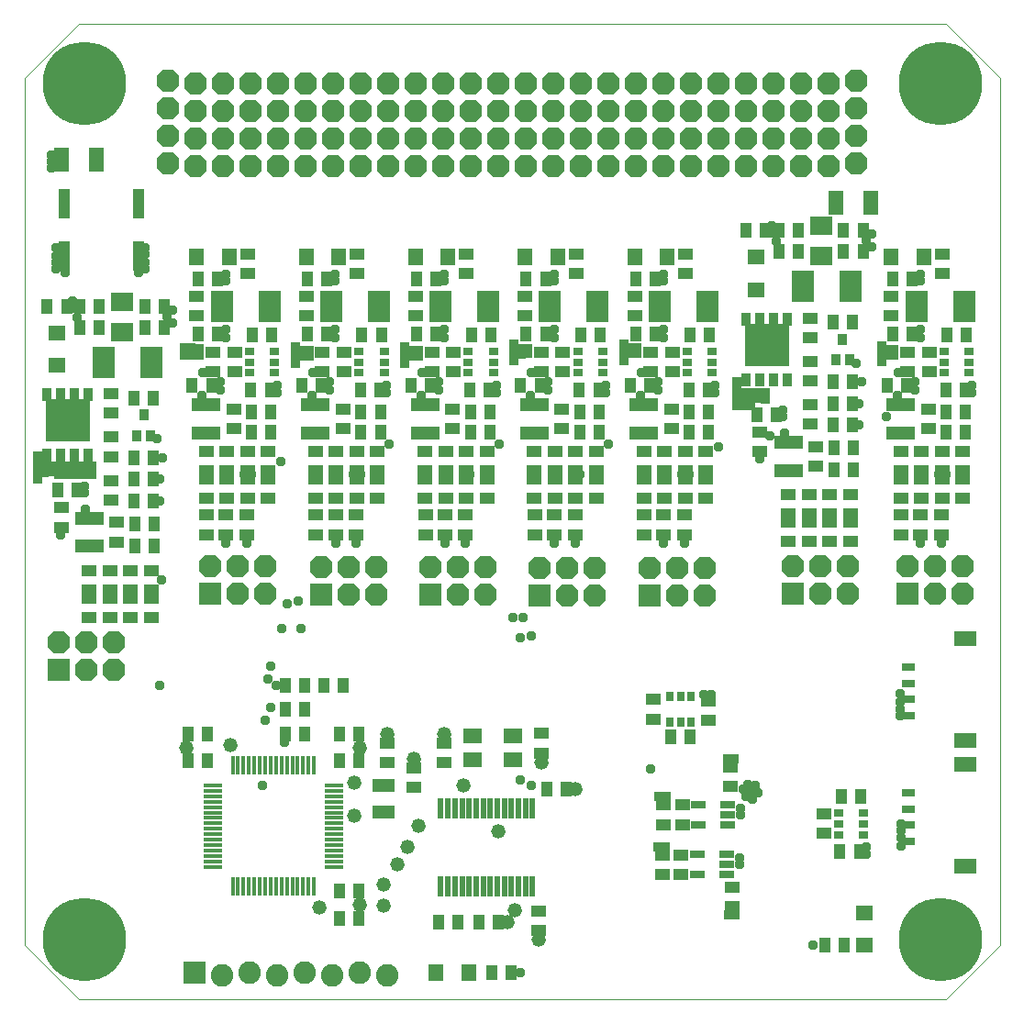
<source format=gts>
G75*
%MOIN*%
%OFA0B0*%
%FSLAX25Y25*%
%IPPOS*%
%LPD*%
%AMOC8*
5,1,8,0,0,1.08239X$1,22.5*
%
%ADD10R,0.01784X0.06902*%
%ADD11R,0.06902X0.01784*%
%ADD12R,0.02375X0.07690*%
%ADD13R,0.07887X0.04737*%
%ADD14R,0.03950X0.05524*%
%ADD15R,0.05524X0.03950*%
%ADD16C,0.05200*%
%ADD17R,0.07099X0.05721*%
%ADD18R,0.04737X0.01784*%
%ADD19R,0.01784X0.04737*%
%ADD20R,0.08200X0.08200*%
%ADD21C,0.08200*%
%ADD22OC8,0.08200*%
%ADD23C,0.00000*%
%ADD24C,0.30328*%
%ADD25R,0.02572X0.04737*%
%ADD26R,0.03556X0.04343*%
%ADD27R,0.03202X0.04816*%
%ADD28R,0.16194X0.15800*%
%ADD29R,0.03556X0.02800*%
%ADD30R,0.07887X0.11430*%
%ADD31R,0.05524X0.06312*%
%ADD32R,0.07887X0.07099*%
%ADD33R,0.03950X0.11036*%
%ADD34R,0.05524X0.08674*%
%ADD35R,0.06312X0.05524*%
%ADD36R,0.04737X0.03162*%
%ADD37R,0.07887X0.05721*%
%ADD38R,0.02800X0.03556*%
%ADD39R,0.05524X0.03162*%
%ADD40C,0.03778*%
%ADD41R,0.03778X0.03778*%
D10*
X0078913Y0049972D03*
X0080882Y0049972D03*
X0082850Y0049972D03*
X0084819Y0049972D03*
X0086787Y0049972D03*
X0088756Y0049972D03*
X0090724Y0049972D03*
X0092693Y0049972D03*
X0094661Y0049972D03*
X0096630Y0049972D03*
X0098598Y0049972D03*
X0100567Y0049972D03*
X0102535Y0049972D03*
X0104504Y0049972D03*
X0106472Y0049972D03*
X0108441Y0049972D03*
X0108441Y0094066D03*
X0106472Y0094066D03*
X0104504Y0094066D03*
X0102535Y0094066D03*
X0100567Y0094066D03*
X0098598Y0094066D03*
X0096630Y0094066D03*
X0094661Y0094066D03*
X0092693Y0094066D03*
X0090724Y0094066D03*
X0088756Y0094066D03*
X0086787Y0094066D03*
X0084819Y0094066D03*
X0082850Y0094066D03*
X0080882Y0094066D03*
X0078913Y0094066D03*
D11*
X0071630Y0086783D03*
X0071630Y0084814D03*
X0071630Y0082846D03*
X0071630Y0080877D03*
X0071630Y0078909D03*
X0071630Y0076940D03*
X0071630Y0074972D03*
X0071630Y0073003D03*
X0071630Y0071035D03*
X0071630Y0069066D03*
X0071630Y0067098D03*
X0071630Y0065129D03*
X0071630Y0063161D03*
X0071630Y0061192D03*
X0071630Y0059224D03*
X0071630Y0057255D03*
X0115724Y0057255D03*
X0115724Y0059224D03*
X0115724Y0061192D03*
X0115724Y0063161D03*
X0115724Y0065129D03*
X0115724Y0067098D03*
X0115724Y0069066D03*
X0115724Y0071035D03*
X0115724Y0073003D03*
X0115724Y0074972D03*
X0115724Y0076940D03*
X0115724Y0078909D03*
X0115724Y0080877D03*
X0115724Y0082846D03*
X0115724Y0084814D03*
X0115724Y0086783D03*
D12*
X0154543Y0078318D03*
X0157102Y0078318D03*
X0159661Y0078318D03*
X0162220Y0078318D03*
X0164780Y0078318D03*
X0167339Y0078318D03*
X0169898Y0078318D03*
X0172457Y0078318D03*
X0175016Y0078318D03*
X0177575Y0078318D03*
X0180134Y0078318D03*
X0182693Y0078318D03*
X0185252Y0078318D03*
X0187811Y0078318D03*
X0187811Y0049972D03*
X0185252Y0049972D03*
X0182693Y0049972D03*
X0180134Y0049972D03*
X0177575Y0049972D03*
X0175016Y0049972D03*
X0172457Y0049972D03*
X0169898Y0049972D03*
X0167339Y0049972D03*
X0164780Y0049972D03*
X0162220Y0049972D03*
X0159661Y0049972D03*
X0157102Y0049972D03*
X0154543Y0049972D03*
D13*
X0133677Y0077098D03*
X0133677Y0086940D03*
D14*
X0124701Y0095641D03*
X0117614Y0095641D03*
X0117614Y0105483D03*
X0124701Y0105483D03*
X0118992Y0123161D03*
X0111906Y0123161D03*
X0105213Y0123161D03*
X0098126Y0123161D03*
X0098126Y0114302D03*
X0105213Y0114302D03*
X0105213Y0105444D03*
X0098126Y0105444D03*
X0069740Y0105483D03*
X0062654Y0105483D03*
X0062654Y0095641D03*
X0069740Y0095641D03*
X0117614Y0048397D03*
X0124701Y0048397D03*
X0124701Y0038554D03*
X0117614Y0038554D03*
X0153697Y0037078D03*
X0160783Y0037078D03*
X0168303Y0037078D03*
X0175390Y0037078D03*
X0172929Y0018830D03*
X0180016Y0018830D03*
X0192909Y0085306D03*
X0199996Y0085306D03*
X0238008Y0104420D03*
X0245094Y0104420D03*
X0300016Y0082846D03*
X0307102Y0082846D03*
X0306602Y0062846D03*
X0299516Y0062846D03*
X0301079Y0028672D03*
X0293992Y0028672D03*
X0297260Y0201393D03*
X0304346Y0201393D03*
X0304346Y0209424D03*
X0297260Y0209424D03*
X0296945Y0217649D03*
X0304031Y0217649D03*
X0304031Y0225523D03*
X0296945Y0225523D03*
X0296945Y0233397D03*
X0304031Y0233397D03*
X0316575Y0232062D03*
X0323661Y0232062D03*
X0337902Y0230606D03*
X0344988Y0230606D03*
X0345161Y0222562D03*
X0338075Y0222562D03*
X0338075Y0215062D03*
X0345161Y0215062D03*
X0345488Y0250606D03*
X0338402Y0250606D03*
X0325685Y0250720D03*
X0318598Y0250720D03*
X0304031Y0255050D03*
X0296945Y0255050D03*
X0318598Y0270798D03*
X0325685Y0270798D03*
X0307969Y0280641D03*
X0300882Y0280641D03*
X0300882Y0288515D03*
X0307969Y0288515D03*
X0284346Y0288515D03*
X0277260Y0288515D03*
X0272535Y0288515D03*
X0265449Y0288515D03*
X0277260Y0280641D03*
X0284346Y0280641D03*
X0252181Y0250606D03*
X0245094Y0250606D03*
X0232378Y0250720D03*
X0225291Y0250720D03*
X0212417Y0250606D03*
X0205331Y0250606D03*
X0192614Y0250720D03*
X0185528Y0250720D03*
X0172654Y0250606D03*
X0165567Y0250606D03*
X0152850Y0250720D03*
X0145764Y0250720D03*
X0132890Y0250606D03*
X0125803Y0250606D03*
X0113087Y0250720D03*
X0106000Y0250720D03*
X0093126Y0250606D03*
X0086039Y0250606D03*
X0073323Y0250720D03*
X0066236Y0250720D03*
X0054031Y0253082D03*
X0046945Y0253082D03*
X0046945Y0260956D03*
X0054031Y0260956D03*
X0066236Y0270798D03*
X0073323Y0270798D03*
X0106000Y0270798D03*
X0113087Y0270798D03*
X0145764Y0270798D03*
X0152850Y0270798D03*
X0185528Y0270798D03*
X0192614Y0270798D03*
X0225291Y0270798D03*
X0232378Y0270798D03*
X0230354Y0232062D03*
X0223268Y0232062D03*
X0211917Y0230606D03*
X0204831Y0230606D03*
X0205004Y0222562D03*
X0212091Y0222562D03*
X0212091Y0215062D03*
X0205004Y0215062D03*
X0190591Y0232062D03*
X0183504Y0232062D03*
X0172327Y0222562D03*
X0165240Y0222562D03*
X0165067Y0230606D03*
X0172154Y0230606D03*
X0172327Y0215062D03*
X0165240Y0215062D03*
X0150827Y0232062D03*
X0143740Y0232062D03*
X0132390Y0230606D03*
X0125303Y0230606D03*
X0125476Y0222562D03*
X0132563Y0222562D03*
X0132563Y0215062D03*
X0125476Y0215062D03*
X0111063Y0232062D03*
X0103976Y0232062D03*
X0092626Y0230606D03*
X0085539Y0230606D03*
X0085713Y0222562D03*
X0092799Y0222562D03*
X0092799Y0215062D03*
X0085713Y0215062D03*
X0071299Y0232062D03*
X0064213Y0232062D03*
X0050094Y0227491D03*
X0043008Y0227491D03*
X0043008Y0205838D03*
X0050094Y0205838D03*
X0050094Y0197964D03*
X0043008Y0197964D03*
X0043008Y0190090D03*
X0050094Y0190090D03*
X0050409Y0181865D03*
X0043323Y0181865D03*
X0043323Y0173834D03*
X0050409Y0173834D03*
X0022535Y0194027D03*
X0015449Y0194027D03*
X0023323Y0253082D03*
X0030409Y0253082D03*
X0030409Y0260956D03*
X0023323Y0260956D03*
X0018598Y0260956D03*
X0011512Y0260956D03*
X0244594Y0230606D03*
X0251681Y0230606D03*
X0251854Y0222562D03*
X0244768Y0222562D03*
X0244768Y0215062D03*
X0251854Y0215062D03*
X0269386Y0221586D03*
X0276472Y0221586D03*
D15*
X0270524Y0215212D03*
X0270524Y0208125D03*
X0280803Y0192436D03*
X0280803Y0185350D03*
X0280803Y0182436D03*
X0280803Y0175350D03*
X0288303Y0175350D03*
X0288303Y0182436D03*
X0288303Y0185350D03*
X0288303Y0192436D03*
X0295803Y0192436D03*
X0295803Y0185350D03*
X0295803Y0182436D03*
X0295803Y0175350D03*
X0303303Y0175350D03*
X0303303Y0182436D03*
X0303303Y0185350D03*
X0303303Y0192436D03*
X0290803Y0202850D03*
X0290803Y0209936D03*
X0288677Y0218043D03*
X0288677Y0225129D03*
X0288677Y0233791D03*
X0288677Y0240877D03*
X0288677Y0249539D03*
X0288677Y0256625D03*
X0318205Y0257413D03*
X0318205Y0264499D03*
X0336709Y0272767D03*
X0336709Y0279854D03*
X0331945Y0244149D03*
X0331945Y0237062D03*
X0324110Y0237137D03*
X0324110Y0244224D03*
X0331618Y0223606D03*
X0331618Y0216519D03*
X0329118Y0208074D03*
X0329118Y0200987D03*
X0329118Y0198074D03*
X0329118Y0190987D03*
X0328835Y0184972D03*
X0328835Y0177885D03*
X0321748Y0177885D03*
X0321748Y0184972D03*
X0321618Y0190987D03*
X0321618Y0198074D03*
X0321618Y0200987D03*
X0321618Y0208074D03*
X0336618Y0208074D03*
X0336618Y0200987D03*
X0336618Y0198074D03*
X0336618Y0190987D03*
X0336315Y0184972D03*
X0336315Y0177885D03*
X0344118Y0190987D03*
X0344118Y0198074D03*
X0344118Y0200987D03*
X0344118Y0208074D03*
X0251551Y0117464D03*
X0251551Y0110377D03*
X0259750Y0093417D03*
X0259750Y0086330D03*
X0242250Y0079667D03*
X0235500Y0079667D03*
X0235500Y0072580D03*
X0242250Y0072580D03*
X0241646Y0061615D03*
X0234896Y0061615D03*
X0234896Y0054529D03*
X0241646Y0054529D03*
X0260396Y0049865D03*
X0260396Y0042779D03*
X0293559Y0069302D03*
X0293559Y0076389D03*
X0231551Y0110877D03*
X0231551Y0117964D03*
X0191118Y0105661D03*
X0191118Y0098574D03*
X0155685Y0102058D03*
X0155685Y0094972D03*
X0144858Y0093200D03*
X0144858Y0086113D03*
X0135016Y0094972D03*
X0135016Y0102058D03*
X0190134Y0041192D03*
X0190134Y0034106D03*
X0188677Y0177885D03*
X0188677Y0184972D03*
X0188547Y0190987D03*
X0188547Y0198074D03*
X0188547Y0200987D03*
X0188547Y0208074D03*
X0196047Y0208074D03*
X0196047Y0200987D03*
X0196047Y0198074D03*
X0196047Y0190987D03*
X0195764Y0184972D03*
X0195764Y0177885D03*
X0203244Y0177885D03*
X0203244Y0184972D03*
X0203547Y0190987D03*
X0203547Y0198074D03*
X0203547Y0200987D03*
X0203547Y0208074D03*
X0211047Y0208074D03*
X0211047Y0200987D03*
X0211047Y0198074D03*
X0211047Y0190987D03*
X0228311Y0190987D03*
X0228441Y0184972D03*
X0235528Y0184972D03*
X0235811Y0190987D03*
X0235811Y0198074D03*
X0235811Y0200987D03*
X0235811Y0208074D03*
X0228311Y0208074D03*
X0228311Y0200987D03*
X0228311Y0198074D03*
X0243311Y0198074D03*
X0243311Y0200987D03*
X0243311Y0208074D03*
X0250811Y0208074D03*
X0250811Y0200987D03*
X0250811Y0198074D03*
X0250811Y0190987D03*
X0243311Y0190987D03*
X0243008Y0184972D03*
X0243008Y0177885D03*
X0235528Y0177885D03*
X0228441Y0177885D03*
X0238311Y0216519D03*
X0238311Y0223606D03*
X0238638Y0237062D03*
X0238638Y0244149D03*
X0230803Y0244224D03*
X0230803Y0237137D03*
X0224898Y0257413D03*
X0224898Y0264499D03*
X0243402Y0272767D03*
X0243402Y0279854D03*
X0203638Y0279854D03*
X0203638Y0272767D03*
X0185134Y0264499D03*
X0185134Y0257413D03*
X0191039Y0244224D03*
X0191039Y0237137D03*
X0198874Y0237062D03*
X0198874Y0244149D03*
X0198547Y0223606D03*
X0198547Y0216519D03*
X0171283Y0208074D03*
X0171283Y0200987D03*
X0171283Y0198074D03*
X0171283Y0190987D03*
X0163783Y0190987D03*
X0163480Y0184972D03*
X0163480Y0177885D03*
X0156000Y0177885D03*
X0148913Y0177885D03*
X0148913Y0184972D03*
X0148783Y0190987D03*
X0148783Y0198074D03*
X0148783Y0200987D03*
X0148783Y0208074D03*
X0156283Y0208074D03*
X0156283Y0200987D03*
X0156283Y0198074D03*
X0156283Y0190987D03*
X0156000Y0184972D03*
X0163783Y0198074D03*
X0163783Y0200987D03*
X0163783Y0208074D03*
X0158783Y0216519D03*
X0158783Y0223606D03*
X0159110Y0237062D03*
X0159110Y0244149D03*
X0151276Y0244224D03*
X0151276Y0237137D03*
X0145370Y0257413D03*
X0145370Y0264499D03*
X0163874Y0272767D03*
X0163874Y0279854D03*
X0124110Y0279854D03*
X0124110Y0272767D03*
X0105606Y0264499D03*
X0105606Y0257413D03*
X0111512Y0244224D03*
X0111512Y0237137D03*
X0119346Y0237062D03*
X0119346Y0244149D03*
X0119020Y0223606D03*
X0119020Y0216519D03*
X0116520Y0208074D03*
X0116520Y0200987D03*
X0116520Y0198074D03*
X0116520Y0190987D03*
X0116236Y0184972D03*
X0109150Y0184972D03*
X0109020Y0190987D03*
X0109020Y0198074D03*
X0109020Y0200987D03*
X0109020Y0208074D03*
X0124020Y0208074D03*
X0124020Y0200987D03*
X0124020Y0198074D03*
X0124020Y0190987D03*
X0123717Y0184972D03*
X0123717Y0177885D03*
X0116236Y0177885D03*
X0109150Y0177885D03*
X0091756Y0190987D03*
X0091756Y0198074D03*
X0091756Y0200987D03*
X0091756Y0208074D03*
X0084256Y0208074D03*
X0084256Y0200987D03*
X0084256Y0198074D03*
X0084256Y0190987D03*
X0083953Y0184972D03*
X0083953Y0177885D03*
X0076472Y0177885D03*
X0069386Y0177885D03*
X0069386Y0184972D03*
X0069256Y0190987D03*
X0069256Y0198074D03*
X0069256Y0200987D03*
X0069256Y0208074D03*
X0076756Y0208074D03*
X0076756Y0200987D03*
X0076756Y0198074D03*
X0076756Y0190987D03*
X0076472Y0184972D03*
X0049366Y0164877D03*
X0049366Y0157791D03*
X0049366Y0154877D03*
X0049366Y0147791D03*
X0041866Y0147791D03*
X0041866Y0154877D03*
X0041866Y0157791D03*
X0041866Y0164877D03*
X0034366Y0164877D03*
X0034366Y0157791D03*
X0034366Y0154877D03*
X0034366Y0147791D03*
X0026866Y0147791D03*
X0026866Y0154877D03*
X0026866Y0157791D03*
X0026866Y0164877D03*
X0036866Y0175291D03*
X0036866Y0182377D03*
X0034740Y0190483D03*
X0034740Y0197570D03*
X0034740Y0206231D03*
X0034740Y0213318D03*
X0034740Y0221980D03*
X0034740Y0229066D03*
X0065843Y0257413D03*
X0065843Y0264499D03*
X0084346Y0272767D03*
X0084346Y0279854D03*
X0079583Y0244149D03*
X0079583Y0237062D03*
X0071748Y0237137D03*
X0071748Y0244224D03*
X0079256Y0223606D03*
X0079256Y0216519D03*
X0131520Y0208074D03*
X0131520Y0200987D03*
X0131520Y0198074D03*
X0131520Y0190987D03*
X0016587Y0187653D03*
X0016587Y0180566D03*
D16*
X0062181Y0100562D03*
X0077929Y0101546D03*
X0125173Y0100562D03*
X0135016Y0105483D03*
X0144858Y0096625D03*
X0155685Y0105483D03*
X0162575Y0086783D03*
X0175370Y0070050D03*
X0191118Y0095149D03*
X0203421Y0085306D03*
X0181276Y0041507D03*
X0178815Y0037078D03*
X0190134Y0030680D03*
X0146227Y0072019D03*
X0142313Y0064537D03*
X0138692Y0058289D03*
X0133677Y0050769D03*
X0133677Y0043269D03*
X0125173Y0043476D03*
X0110409Y0042491D03*
X0123205Y0075956D03*
X0123205Y0087767D03*
D17*
X0166039Y0096153D03*
X0166039Y0104814D03*
X0180606Y0104814D03*
X0180606Y0096153D03*
D18*
X0190134Y0041901D03*
D19*
X0167988Y0037078D03*
X0192594Y0085306D03*
X0116922Y0105414D03*
X0070203Y0105614D03*
X0116844Y0038550D03*
D20*
X0064976Y0018700D03*
X0015685Y0128791D03*
X0070803Y0156350D03*
X0110961Y0156153D03*
X0150724Y0156153D03*
X0190488Y0155956D03*
X0230252Y0155956D03*
X0282220Y0156350D03*
X0323953Y0156350D03*
D21*
X0134976Y0017700D03*
X0124976Y0018700D03*
X0114976Y0017700D03*
X0104976Y0018700D03*
X0094976Y0017700D03*
X0084976Y0018700D03*
X0074976Y0017700D03*
D22*
X0035685Y0128791D03*
X0025685Y0128791D03*
X0025685Y0138791D03*
X0035685Y0138791D03*
X0015685Y0138791D03*
X0070803Y0166350D03*
X0080803Y0166350D03*
X0090803Y0166350D03*
X0090803Y0156350D03*
X0080803Y0156350D03*
X0110961Y0166153D03*
X0120961Y0166153D03*
X0130961Y0166153D03*
X0130961Y0156153D03*
X0120961Y0156153D03*
X0150724Y0166153D03*
X0160724Y0166153D03*
X0160724Y0156153D03*
X0170724Y0156153D03*
X0170724Y0166153D03*
X0190488Y0165956D03*
X0200488Y0165956D03*
X0200488Y0155956D03*
X0210488Y0155956D03*
X0210488Y0165956D03*
X0230252Y0165956D03*
X0240252Y0165956D03*
X0250252Y0165956D03*
X0250252Y0155956D03*
X0240252Y0155956D03*
X0282220Y0166350D03*
X0292220Y0166350D03*
X0292220Y0156350D03*
X0302220Y0156350D03*
X0302220Y0166350D03*
X0323953Y0166350D03*
X0333953Y0166350D03*
X0343953Y0166350D03*
X0343953Y0156350D03*
X0333953Y0156350D03*
X0305409Y0312665D03*
X0305409Y0322665D03*
X0305409Y0332665D03*
X0305409Y0342665D03*
X0295409Y0341665D03*
X0285409Y0341665D03*
X0275409Y0341665D03*
X0265409Y0341665D03*
X0255409Y0341665D03*
X0245409Y0341665D03*
X0235409Y0341665D03*
X0225409Y0341665D03*
X0215409Y0341665D03*
X0205409Y0341665D03*
X0195409Y0341665D03*
X0185409Y0341665D03*
X0175409Y0341665D03*
X0165409Y0341665D03*
X0155409Y0341665D03*
X0145409Y0341665D03*
X0135409Y0341665D03*
X0125409Y0341665D03*
X0115409Y0341665D03*
X0105409Y0341665D03*
X0095409Y0341665D03*
X0085409Y0341665D03*
X0075409Y0341665D03*
X0065409Y0341665D03*
X0065409Y0331665D03*
X0065409Y0321665D03*
X0065409Y0311665D03*
X0075409Y0311665D03*
X0085409Y0311665D03*
X0085409Y0321665D03*
X0075409Y0321665D03*
X0075409Y0331665D03*
X0085409Y0331665D03*
X0095409Y0331665D03*
X0095409Y0321665D03*
X0095409Y0311665D03*
X0105409Y0311665D03*
X0105409Y0321665D03*
X0105409Y0331665D03*
X0115409Y0331665D03*
X0115409Y0321665D03*
X0125409Y0321665D03*
X0125409Y0331665D03*
X0135409Y0331665D03*
X0135409Y0321665D03*
X0135409Y0311665D03*
X0125409Y0311665D03*
X0115409Y0311665D03*
X0145409Y0311665D03*
X0145409Y0321665D03*
X0145409Y0331665D03*
X0155409Y0331665D03*
X0155409Y0321665D03*
X0155409Y0311665D03*
X0165409Y0311665D03*
X0175409Y0311665D03*
X0175409Y0321665D03*
X0165409Y0321665D03*
X0165409Y0331665D03*
X0175409Y0331665D03*
X0185409Y0331665D03*
X0185409Y0321665D03*
X0185409Y0311665D03*
X0195409Y0311665D03*
X0195409Y0321665D03*
X0195409Y0331665D03*
X0205409Y0331665D03*
X0205409Y0321665D03*
X0205409Y0311665D03*
X0215409Y0311665D03*
X0225409Y0311665D03*
X0225409Y0321665D03*
X0215409Y0321665D03*
X0215409Y0331665D03*
X0225409Y0331665D03*
X0235409Y0331665D03*
X0235409Y0321665D03*
X0235409Y0311665D03*
X0245409Y0311665D03*
X0245409Y0321665D03*
X0245409Y0331665D03*
X0255409Y0331665D03*
X0255409Y0321665D03*
X0265409Y0321665D03*
X0265409Y0331665D03*
X0275409Y0331665D03*
X0275409Y0321665D03*
X0275409Y0311665D03*
X0265409Y0311665D03*
X0255409Y0311665D03*
X0285409Y0311665D03*
X0285409Y0321665D03*
X0285409Y0331665D03*
X0295409Y0331665D03*
X0295409Y0321665D03*
X0295409Y0311665D03*
X0055409Y0312665D03*
X0055409Y0322665D03*
X0055409Y0332665D03*
X0055409Y0342665D03*
D23*
X0022929Y0008987D02*
X0337890Y0008987D01*
X0357575Y0028672D01*
X0357575Y0343633D01*
X0337890Y0363318D01*
X0022929Y0363318D01*
X0003244Y0343633D01*
X0003244Y0028672D01*
X0022929Y0008987D01*
D24*
X0024898Y0030641D03*
X0024898Y0341665D03*
X0335921Y0341665D03*
X0335921Y0030641D03*
D25*
X0284642Y0201275D03*
X0282083Y0201275D03*
X0279524Y0201275D03*
X0276965Y0201275D03*
X0276965Y0211511D03*
X0279524Y0211511D03*
X0282083Y0211511D03*
X0284642Y0211511D03*
X0317780Y0214944D03*
X0320339Y0214944D03*
X0322898Y0214944D03*
X0325457Y0214944D03*
X0325457Y0225180D03*
X0322898Y0225180D03*
X0320339Y0225180D03*
X0317780Y0225180D03*
X0232150Y0225180D03*
X0229591Y0225180D03*
X0227031Y0225180D03*
X0224472Y0225180D03*
X0224472Y0214944D03*
X0227031Y0214944D03*
X0229591Y0214944D03*
X0232150Y0214944D03*
X0192386Y0214944D03*
X0189827Y0214944D03*
X0187268Y0214944D03*
X0184709Y0214944D03*
X0184709Y0225180D03*
X0187268Y0225180D03*
X0189827Y0225180D03*
X0192386Y0225180D03*
X0152622Y0225180D03*
X0150063Y0225180D03*
X0147504Y0225180D03*
X0144945Y0225180D03*
X0144945Y0214944D03*
X0147504Y0214944D03*
X0150063Y0214944D03*
X0152622Y0214944D03*
X0112858Y0214944D03*
X0110299Y0214944D03*
X0107740Y0214944D03*
X0105181Y0214944D03*
X0105181Y0225180D03*
X0107740Y0225180D03*
X0110299Y0225180D03*
X0112858Y0225180D03*
X0073094Y0225180D03*
X0070535Y0225180D03*
X0067976Y0225180D03*
X0065417Y0225180D03*
X0065417Y0214944D03*
X0067976Y0214944D03*
X0070535Y0214944D03*
X0073094Y0214944D03*
X0030705Y0183952D03*
X0028146Y0183952D03*
X0025587Y0183952D03*
X0023028Y0183952D03*
X0023028Y0173716D03*
X0025587Y0173716D03*
X0028146Y0173716D03*
X0030705Y0173716D03*
D26*
X0043992Y0213909D03*
X0049110Y0213909D03*
X0046551Y0221389D03*
X0297929Y0241468D03*
X0303047Y0241468D03*
X0300488Y0248948D03*
D27*
X0280429Y0256212D03*
X0275429Y0256212D03*
X0270429Y0256212D03*
X0265429Y0256212D03*
X0265429Y0234204D03*
X0270429Y0234204D03*
X0275429Y0234204D03*
X0280429Y0234204D03*
X0026492Y0228653D03*
X0021492Y0228653D03*
X0016492Y0228653D03*
X0011492Y0228653D03*
X0011492Y0206645D03*
X0016492Y0206645D03*
X0021492Y0206645D03*
X0026492Y0206645D03*
D28*
X0018992Y0219381D03*
X0272929Y0246940D03*
D29*
X0253213Y0244543D03*
X0253213Y0240606D03*
X0253213Y0236669D03*
X0244063Y0236669D03*
X0244063Y0240606D03*
X0244063Y0244543D03*
X0213449Y0244543D03*
X0213449Y0240606D03*
X0213449Y0236669D03*
X0204299Y0236669D03*
X0204299Y0240606D03*
X0204299Y0244543D03*
X0173685Y0244543D03*
X0173685Y0240606D03*
X0173685Y0236669D03*
X0164535Y0236669D03*
X0164535Y0240606D03*
X0164535Y0244543D03*
X0133921Y0244543D03*
X0133921Y0240606D03*
X0133921Y0236669D03*
X0124772Y0236669D03*
X0124772Y0240606D03*
X0124772Y0244543D03*
X0094157Y0244543D03*
X0094157Y0240606D03*
X0094157Y0236669D03*
X0085008Y0236669D03*
X0085008Y0240606D03*
X0085008Y0244543D03*
X0298984Y0076783D03*
X0298984Y0072846D03*
X0298984Y0068909D03*
X0308134Y0068909D03*
X0308134Y0072846D03*
X0308134Y0076783D03*
X0337370Y0236669D03*
X0337370Y0240606D03*
X0337370Y0244543D03*
X0346520Y0244543D03*
X0346520Y0240606D03*
X0346520Y0236669D03*
D30*
X0344583Y0260956D03*
X0327260Y0260956D03*
X0303244Y0268043D03*
X0285921Y0268043D03*
X0251276Y0260956D03*
X0233953Y0260956D03*
X0211512Y0260956D03*
X0194189Y0260956D03*
X0171748Y0260956D03*
X0154425Y0260956D03*
X0131984Y0260956D03*
X0114661Y0260956D03*
X0092220Y0260956D03*
X0074898Y0260956D03*
X0049307Y0240483D03*
X0031984Y0240483D03*
D31*
X0065843Y0278672D03*
X0077654Y0278672D03*
X0105606Y0278672D03*
X0117417Y0278672D03*
X0145370Y0278672D03*
X0157181Y0278672D03*
X0185134Y0278672D03*
X0196945Y0278672D03*
X0224898Y0278672D03*
X0236709Y0278672D03*
X0318205Y0278672D03*
X0330016Y0278672D03*
X0164661Y0018830D03*
X0152850Y0018830D03*
D32*
X0038677Y0251507D03*
X0038677Y0262531D03*
X0292614Y0279066D03*
X0292614Y0290090D03*
D33*
X0044583Y0297964D03*
X0044583Y0279066D03*
X0017811Y0279066D03*
X0017811Y0297964D03*
D34*
X0016630Y0314106D03*
X0029228Y0314106D03*
X0298126Y0298357D03*
X0310724Y0298357D03*
D35*
X0268992Y0278672D03*
X0268992Y0266861D03*
X0308362Y0040483D03*
X0308362Y0028672D03*
X0015055Y0239302D03*
X0015055Y0251113D03*
D36*
X0324504Y0129854D03*
X0324504Y0123948D03*
X0324504Y0118043D03*
X0324504Y0112137D03*
X0324504Y0084184D03*
X0324504Y0078279D03*
X0324504Y0072373D03*
X0324504Y0066468D03*
D37*
X0344976Y0057393D03*
X0344976Y0094440D03*
X0344976Y0103062D03*
X0344976Y0140109D03*
D38*
X0245488Y0118995D03*
X0241551Y0118995D03*
X0237614Y0118995D03*
X0237614Y0109846D03*
X0241551Y0109846D03*
X0245488Y0109846D03*
D39*
X0248185Y0079863D03*
X0248185Y0072383D03*
X0247831Y0061812D03*
X0247831Y0054332D03*
X0258461Y0054332D03*
X0258461Y0058072D03*
X0258461Y0061812D03*
X0258815Y0072383D03*
X0258815Y0076123D03*
X0258815Y0079863D03*
D40*
X0263500Y0078623D03*
X0263500Y0076123D03*
X0265277Y0082912D03*
X0267639Y0081928D03*
X0267245Y0084684D03*
X0269607Y0084290D03*
X0268820Y0086652D03*
X0266064Y0087046D03*
X0264489Y0085471D03*
X0263146Y0060572D03*
X0263146Y0058072D03*
X0289661Y0028672D03*
X0309059Y0061846D03*
X0309059Y0064346D03*
X0321748Y0064893D03*
X0321748Y0067649D03*
X0321748Y0070405D03*
X0321748Y0072767D03*
X0321354Y0112137D03*
X0321354Y0114499D03*
X0321354Y0117255D03*
X0321354Y0120011D03*
X0328835Y0174735D03*
X0336315Y0174735D03*
X0335437Y0199743D03*
X0337996Y0199743D03*
X0316236Y0220802D03*
X0320218Y0228362D03*
X0326618Y0230562D03*
X0326618Y0233318D03*
X0320567Y0236940D03*
X0307378Y0233397D03*
X0305409Y0240287D03*
X0306394Y0225523D03*
X0306394Y0217649D03*
X0279403Y0214693D03*
X0273951Y0213803D03*
X0278835Y0220798D03*
X0278835Y0223161D03*
X0270449Y0205476D03*
X0255462Y0209775D03*
X0244689Y0199743D03*
X0242130Y0199743D03*
X0243008Y0174735D03*
X0235528Y0174735D03*
X0204925Y0199743D03*
X0202366Y0199743D03*
X0215379Y0210916D03*
X0214374Y0229606D03*
X0214374Y0232106D03*
X0226911Y0228362D03*
X0233311Y0230562D03*
X0233311Y0233318D03*
X0227260Y0236940D03*
X0235331Y0249539D03*
X0235331Y0252294D03*
X0235331Y0270011D03*
X0235331Y0272373D03*
X0195567Y0272373D03*
X0195567Y0270011D03*
X0195567Y0252294D03*
X0195567Y0249539D03*
X0187496Y0236940D03*
X0193547Y0233318D03*
X0193547Y0230562D03*
X0187147Y0228362D03*
X0174610Y0229606D03*
X0174610Y0232106D03*
X0155803Y0249539D03*
X0155803Y0252294D03*
X0147732Y0236940D03*
X0153783Y0233318D03*
X0153783Y0230562D03*
X0147383Y0228362D03*
X0134846Y0229606D03*
X0134846Y0232106D03*
X0116039Y0249539D03*
X0116039Y0252294D03*
X0107969Y0236940D03*
X0114020Y0233318D03*
X0114020Y0230562D03*
X0107620Y0228362D03*
X0095083Y0229606D03*
X0095083Y0232106D03*
X0076276Y0249539D03*
X0076276Y0252294D03*
X0068205Y0236940D03*
X0074256Y0233318D03*
X0074256Y0230562D03*
X0067856Y0228362D03*
X0051472Y0212728D03*
X0053441Y0205838D03*
X0052457Y0197964D03*
X0052457Y0190090D03*
X0025466Y0187134D03*
X0024898Y0193239D03*
X0024898Y0195602D03*
X0016512Y0177917D03*
X0041866Y0157334D03*
X0053069Y0161406D03*
X0076472Y0174735D03*
X0083953Y0174735D03*
X0102654Y0153672D03*
X0098717Y0152688D03*
X0096748Y0143830D03*
X0103638Y0143692D03*
X0092811Y0130050D03*
X0091616Y0125340D03*
X0094780Y0123161D03*
X0092811Y0115287D03*
X0090843Y0110365D03*
X0097732Y0102491D03*
X0089858Y0086743D03*
X0052457Y0123161D03*
X0116236Y0174735D03*
X0123717Y0174735D03*
X0122839Y0199743D03*
X0125398Y0199743D03*
X0135852Y0210916D03*
X0162602Y0199743D03*
X0165161Y0199743D03*
X0175616Y0210916D03*
X0163480Y0174735D03*
X0156000Y0174735D03*
X0180569Y0147767D03*
X0184346Y0147767D03*
X0187299Y0141141D03*
X0183362Y0140492D03*
X0195764Y0174735D03*
X0203244Y0174735D03*
X0250051Y0119920D03*
X0252551Y0119920D03*
X0230606Y0092649D03*
X0187299Y0086743D03*
X0183362Y0088712D03*
X0183362Y0018830D03*
X0295803Y0184893D03*
X0254138Y0229606D03*
X0254138Y0232106D03*
X0276276Y0284381D03*
X0274701Y0287531D03*
X0274701Y0290287D03*
X0308953Y0284775D03*
X0310921Y0287137D03*
X0310921Y0282413D03*
X0328638Y0272373D03*
X0328638Y0270011D03*
X0328638Y0252294D03*
X0328638Y0249539D03*
X0347445Y0232106D03*
X0347445Y0229606D03*
X0155803Y0270011D03*
X0155803Y0272373D03*
X0116039Y0272373D03*
X0116039Y0270011D03*
X0076276Y0270011D03*
X0076276Y0272373D03*
X0056984Y0259578D03*
X0055016Y0257216D03*
X0056984Y0254854D03*
X0044780Y0272964D03*
X0047142Y0274539D03*
X0047142Y0276901D03*
X0047142Y0279657D03*
X0047142Y0282019D03*
X0022339Y0256822D03*
X0020764Y0259972D03*
X0020764Y0262728D03*
X0018008Y0272964D03*
X0014858Y0274539D03*
X0014858Y0276901D03*
X0014858Y0279263D03*
X0014858Y0282019D03*
X0012890Y0311153D03*
X0012890Y0313515D03*
X0012890Y0315877D03*
X0096256Y0204361D03*
X0085634Y0199743D03*
X0083075Y0199743D03*
D41*
X0101669Y0240287D03*
X0101669Y0243239D03*
X0104031Y0242649D03*
X0104031Y0244814D03*
X0106591Y0244814D03*
X0106591Y0242846D03*
X0101669Y0246192D03*
X0066630Y0245405D03*
X0066630Y0243043D03*
X0063874Y0243043D03*
X0061512Y0243043D03*
X0061512Y0245798D03*
X0063874Y0245798D03*
X0027654Y0202688D03*
X0027654Y0199735D03*
X0024701Y0199735D03*
X0021748Y0199735D03*
X0018795Y0199735D03*
X0015843Y0199735D03*
X0015843Y0202688D03*
X0018795Y0202688D03*
X0021748Y0202688D03*
X0024701Y0202688D03*
X0012890Y0202688D03*
X0012890Y0200720D03*
X0010331Y0200523D03*
X0010331Y0202688D03*
X0007969Y0204066D03*
X0007969Y0206625D03*
X0007969Y0201113D03*
X0007969Y0198161D03*
X0141433Y0240287D03*
X0141433Y0243239D03*
X0143795Y0242649D03*
X0143795Y0244814D03*
X0146354Y0244814D03*
X0146354Y0242846D03*
X0141433Y0246192D03*
X0181197Y0246980D03*
X0183559Y0245602D03*
X0183559Y0243436D03*
X0181197Y0244027D03*
X0181197Y0241074D03*
X0186118Y0243633D03*
X0186118Y0245602D03*
X0220961Y0244224D03*
X0223323Y0243633D03*
X0223323Y0245798D03*
X0225882Y0245798D03*
X0225882Y0243830D03*
X0220961Y0241271D03*
X0220961Y0247176D03*
X0261906Y0233594D03*
X0261906Y0230838D03*
X0264268Y0229460D03*
X0264268Y0227294D03*
X0264661Y0224932D03*
X0267024Y0224932D03*
X0266827Y0227491D03*
X0266827Y0229460D03*
X0269583Y0229460D03*
X0269583Y0227491D03*
X0272339Y0227098D03*
X0272339Y0229460D03*
X0261906Y0227885D03*
X0261906Y0224932D03*
X0314661Y0240680D03*
X0314661Y0243633D03*
X0316630Y0243043D03*
X0316630Y0245208D03*
X0314661Y0246586D03*
X0319189Y0245208D03*
X0319189Y0243239D03*
X0261109Y0096480D03*
X0258609Y0096480D03*
X0236359Y0082730D03*
X0233859Y0082730D03*
X0233537Y0064466D03*
X0236037Y0064466D03*
X0259037Y0039716D03*
X0261537Y0039716D03*
M02*

</source>
